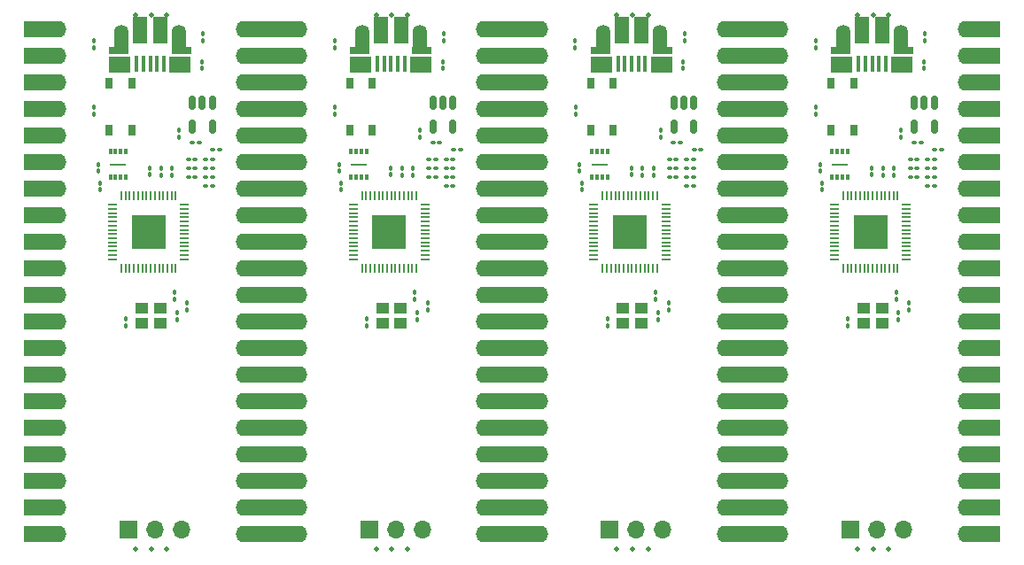
<source format=gbr>
%TF.GenerationSoftware,KiCad,Pcbnew,7.0.6*%
%TF.CreationDate,2023-08-11T19:51:35+07:00*%
%TF.ProjectId,Pico2040-Modular-Rev2-MP,5069636f-3230-4343-902d-4d6f64756c61,rev?*%
%TF.SameCoordinates,Original*%
%TF.FileFunction,Soldermask,Top*%
%TF.FilePolarity,Negative*%
%FSLAX46Y46*%
G04 Gerber Fmt 4.6, Leading zero omitted, Abs format (unit mm)*
G04 Created by KiCad (PCBNEW 7.0.6) date 2023-08-11 19:51:35*
%MOMM*%
%LPD*%
G01*
G04 APERTURE LIST*
G04 Aperture macros list*
%AMRoundRect*
0 Rectangle with rounded corners*
0 $1 Rounding radius*
0 $2 $3 $4 $5 $6 $7 $8 $9 X,Y pos of 4 corners*
0 Add a 4 corners polygon primitive as box body*
4,1,4,$2,$3,$4,$5,$6,$7,$8,$9,$2,$3,0*
0 Add four circle primitives for the rounded corners*
1,1,$1+$1,$2,$3*
1,1,$1+$1,$4,$5*
1,1,$1+$1,$6,$7*
1,1,$1+$1,$8,$9*
0 Add four rect primitives between the rounded corners*
20,1,$1+$1,$2,$3,$4,$5,0*
20,1,$1+$1,$4,$5,$6,$7,0*
20,1,$1+$1,$6,$7,$8,$9,0*
20,1,$1+$1,$8,$9,$2,$3,0*%
G04 Aperture macros list end*
%ADD10R,3.200000X1.600000*%
%ADD11O,1.700000X1.600000*%
%ADD12RoundRect,0.100000X-0.130000X-0.100000X0.130000X-0.100000X0.130000X0.100000X-0.130000X0.100000X0*%
%ADD13C,0.500000*%
%ADD14RoundRect,0.100000X0.100000X-0.130000X0.100000X0.130000X-0.100000X0.130000X-0.100000X-0.130000X0*%
%ADD15RoundRect,0.100000X-0.100000X0.130000X-0.100000X-0.130000X0.100000X-0.130000X0.100000X0.130000X0*%
%ADD16R,1.700000X1.700000*%
%ADD17O,1.700000X1.700000*%
%ADD18RoundRect,0.050000X-0.387500X-0.050000X0.387500X-0.050000X0.387500X0.050000X-0.387500X0.050000X0*%
%ADD19RoundRect,0.050000X-0.050000X-0.387500X0.050000X-0.387500X0.050000X0.387500X-0.050000X0.387500X0*%
%ADD20R,3.200000X3.200000*%
%ADD21R,0.750000X1.000000*%
%ADD22RoundRect,0.014000X0.161000X-0.231000X0.161000X0.231000X-0.161000X0.231000X-0.161000X-0.231000X0*%
%ADD23R,1.600000X0.200000*%
%ADD24R,0.400000X1.650000*%
%ADD25R,1.825000X0.700000*%
%ADD26R,2.000000X1.500000*%
%ADD27R,1.350000X2.000000*%
%ADD28O,1.350000X1.700000*%
%ADD29O,1.100000X1.500000*%
%ADD30R,1.430000X2.500000*%
%ADD31R,1.150000X1.000000*%
%ADD32RoundRect,0.150000X-0.150000X0.512500X-0.150000X-0.512500X0.150000X-0.512500X0.150000X0.512500X0*%
G04 APERTURE END LIST*
D10*
%TO.C,J3*%
X170510000Y-28300000D03*
D11*
X168900000Y-28300000D03*
D10*
X170510000Y-30840000D03*
D11*
X168900000Y-30840000D03*
D10*
X170510000Y-33380000D03*
D11*
X168900000Y-33380000D03*
D10*
X170510000Y-35920000D03*
D11*
X168900000Y-35920000D03*
D10*
X170510000Y-38460000D03*
D11*
X168900000Y-38460000D03*
D10*
X170510000Y-41000000D03*
D11*
X168900000Y-41000000D03*
D10*
X170510000Y-43540000D03*
D11*
X168900000Y-43540000D03*
D10*
X170510000Y-46080000D03*
D11*
X168900000Y-46080000D03*
D10*
X170510000Y-48620000D03*
D11*
X168900000Y-48620000D03*
D10*
X170510000Y-51160000D03*
D11*
X168900000Y-51160000D03*
D10*
X170510000Y-53700000D03*
D11*
X168900000Y-53700000D03*
D10*
X170510000Y-56240000D03*
D11*
X168900000Y-56240000D03*
D10*
X170510000Y-58780000D03*
D11*
X168900000Y-58780000D03*
D10*
X170510000Y-61320000D03*
D11*
X168900000Y-61320000D03*
D10*
X170510000Y-63860000D03*
D11*
X168900000Y-63860000D03*
D10*
X170510000Y-66400000D03*
D11*
X168900000Y-66400000D03*
D10*
X170510000Y-68940000D03*
D11*
X168900000Y-68940000D03*
D10*
X170510000Y-71480000D03*
D11*
X168900000Y-71480000D03*
D10*
X170510000Y-74020000D03*
D11*
X168900000Y-74020000D03*
D10*
X170510000Y-76560000D03*
D11*
X168900000Y-76560000D03*
%TD*%
D10*
%TO.C,J3*%
X193510000Y-28300000D03*
D11*
X191900000Y-28300000D03*
D10*
X193510000Y-30840000D03*
D11*
X191900000Y-30840000D03*
D10*
X193510000Y-33380000D03*
D11*
X191900000Y-33380000D03*
D10*
X193510000Y-35920000D03*
D11*
X191900000Y-35920000D03*
D10*
X193510000Y-38460000D03*
D11*
X191900000Y-38460000D03*
D10*
X193510000Y-41000000D03*
D11*
X191900000Y-41000000D03*
D10*
X193510000Y-43540000D03*
D11*
X191900000Y-43540000D03*
D10*
X193510000Y-46080000D03*
D11*
X191900000Y-46080000D03*
D10*
X193510000Y-48620000D03*
D11*
X191900000Y-48620000D03*
D10*
X193510000Y-51160000D03*
D11*
X191900000Y-51160000D03*
D10*
X193510000Y-53700000D03*
D11*
X191900000Y-53700000D03*
D10*
X193510000Y-56240000D03*
D11*
X191900000Y-56240000D03*
D10*
X193510000Y-58780000D03*
D11*
X191900000Y-58780000D03*
D10*
X193510000Y-61320000D03*
D11*
X191900000Y-61320000D03*
D10*
X193510000Y-63860000D03*
D11*
X191900000Y-63860000D03*
D10*
X193510000Y-66400000D03*
D11*
X191900000Y-66400000D03*
D10*
X193510000Y-68940000D03*
D11*
X191900000Y-68940000D03*
D10*
X193510000Y-71480000D03*
D11*
X191900000Y-71480000D03*
D10*
X193510000Y-74020000D03*
D11*
X191900000Y-74020000D03*
D10*
X193510000Y-76560000D03*
D11*
X191900000Y-76560000D03*
%TD*%
D10*
%TO.C,J3*%
X147510000Y-28300000D03*
D11*
X145900000Y-28300000D03*
D10*
X147510000Y-30840000D03*
D11*
X145900000Y-30840000D03*
D10*
X147510000Y-33380000D03*
D11*
X145900000Y-33380000D03*
D10*
X147510000Y-35920000D03*
D11*
X145900000Y-35920000D03*
D10*
X147510000Y-38460000D03*
D11*
X145900000Y-38460000D03*
D10*
X147510000Y-41000000D03*
D11*
X145900000Y-41000000D03*
D10*
X147510000Y-43540000D03*
D11*
X145900000Y-43540000D03*
D10*
X147510000Y-46080000D03*
D11*
X145900000Y-46080000D03*
D10*
X147510000Y-48620000D03*
D11*
X145900000Y-48620000D03*
D10*
X147510000Y-51160000D03*
D11*
X145900000Y-51160000D03*
D10*
X147510000Y-53700000D03*
D11*
X145900000Y-53700000D03*
D10*
X147510000Y-56240000D03*
D11*
X145900000Y-56240000D03*
D10*
X147510000Y-58780000D03*
D11*
X145900000Y-58780000D03*
D10*
X147510000Y-61320000D03*
D11*
X145900000Y-61320000D03*
D10*
X147510000Y-63860000D03*
D11*
X145900000Y-63860000D03*
D10*
X147510000Y-66400000D03*
D11*
X145900000Y-66400000D03*
D10*
X147510000Y-68940000D03*
D11*
X145900000Y-68940000D03*
D10*
X147510000Y-71480000D03*
D11*
X145900000Y-71480000D03*
D10*
X147510000Y-74020000D03*
D11*
X145900000Y-74020000D03*
D10*
X147510000Y-76560000D03*
D11*
X145900000Y-76560000D03*
%TD*%
D10*
%TO.C,J3*%
X124510000Y-28300000D03*
D11*
X122900000Y-28300000D03*
D10*
X124510000Y-30840000D03*
D11*
X122900000Y-30840000D03*
D10*
X124510000Y-33380000D03*
D11*
X122900000Y-33380000D03*
D10*
X124510000Y-35920000D03*
D11*
X122900000Y-35920000D03*
D10*
X124510000Y-38460000D03*
D11*
X122900000Y-38460000D03*
D10*
X124510000Y-41000000D03*
D11*
X122900000Y-41000000D03*
D10*
X124510000Y-43540000D03*
D11*
X122900000Y-43540000D03*
D10*
X124510000Y-46080000D03*
D11*
X122900000Y-46080000D03*
D10*
X124510000Y-48620000D03*
D11*
X122900000Y-48620000D03*
D10*
X124510000Y-51160000D03*
D11*
X122900000Y-51160000D03*
D10*
X124510000Y-53700000D03*
D11*
X122900000Y-53700000D03*
D10*
X124510000Y-56240000D03*
D11*
X122900000Y-56240000D03*
D10*
X124510000Y-58780000D03*
D11*
X122900000Y-58780000D03*
D10*
X124510000Y-61320000D03*
D11*
X122900000Y-61320000D03*
D10*
X124510000Y-63860000D03*
D11*
X122900000Y-63860000D03*
D10*
X124510000Y-66400000D03*
D11*
X122900000Y-66400000D03*
D10*
X124510000Y-68940000D03*
D11*
X122900000Y-68940000D03*
D10*
X124510000Y-71480000D03*
D11*
X122900000Y-71480000D03*
D10*
X124510000Y-74020000D03*
D11*
X122900000Y-74020000D03*
D10*
X124510000Y-76560000D03*
D11*
X122900000Y-76560000D03*
%TD*%
D12*
%TO.C,C8*%
X142210000Y-40750000D03*
X142850000Y-40750000D03*
%TD*%
D13*
%TO.C,REF\u002A\u002A*%
X183000000Y-27000000D03*
%TD*%
%TO.C,REF\u002A\u002A*%
X147500000Y-48900000D03*
%TD*%
D14*
%TO.C,C4*%
X132150000Y-43665000D03*
X132150000Y-43025000D03*
%TD*%
D12*
%TO.C,C8*%
X165210000Y-40750000D03*
X165850000Y-40750000D03*
%TD*%
%TO.C,C8*%
X119210000Y-40750000D03*
X119850000Y-40750000D03*
%TD*%
D15*
%TO.C,R6*%
X108950000Y-41230000D03*
X108950000Y-41870000D03*
%TD*%
D16*
%TO.C,J4*%
X180825000Y-76125000D03*
D17*
X183365000Y-76125000D03*
X185905000Y-76125000D03*
%TD*%
D12*
%TO.C,R3*%
X186940000Y-39150000D03*
X187580000Y-39150000D03*
%TD*%
D13*
%TO.C,REF\u002A\u002A*%
X158500000Y-27000000D03*
%TD*%
D10*
%TO.C,J2*%
X126490000Y-28300000D03*
D11*
X128100000Y-28300000D03*
D10*
X126490000Y-30840000D03*
D11*
X128100000Y-30840000D03*
D10*
X126490000Y-33380000D03*
D11*
X128100000Y-33380000D03*
D10*
X126490000Y-35920000D03*
D11*
X128100000Y-35920000D03*
D10*
X126490000Y-38460000D03*
D11*
X128100000Y-38460000D03*
D10*
X126490000Y-41000000D03*
D11*
X128100000Y-41000000D03*
D10*
X126490000Y-43540000D03*
D11*
X128100000Y-43540000D03*
D10*
X126490000Y-46080000D03*
D11*
X128100000Y-46080000D03*
D10*
X126490000Y-48620000D03*
D11*
X128100000Y-48620000D03*
D10*
X126490000Y-51160000D03*
D11*
X128100000Y-51160000D03*
D10*
X126490000Y-53700000D03*
D11*
X128100000Y-53700000D03*
D10*
X126490000Y-56240000D03*
D11*
X128100000Y-56240000D03*
D10*
X126490000Y-58780000D03*
D11*
X128100000Y-58780000D03*
D10*
X126490000Y-61320000D03*
D11*
X128100000Y-61320000D03*
D10*
X126490000Y-63860000D03*
D11*
X128100000Y-63860000D03*
D10*
X126490000Y-66400000D03*
D11*
X128100000Y-66400000D03*
D10*
X126490000Y-68940000D03*
D11*
X128100000Y-68940000D03*
D10*
X126490000Y-71480000D03*
D11*
X128100000Y-71480000D03*
D10*
X126490000Y-74020000D03*
D11*
X128100000Y-74020000D03*
D10*
X126490000Y-76560000D03*
D11*
X128100000Y-76560000D03*
%TD*%
D13*
%TO.C,REF\u002A\u002A*%
X126500000Y-48900000D03*
%TD*%
%TO.C,REF\u002A\u002A*%
X172500000Y-59100000D03*
%TD*%
%TO.C,REF\u002A\u002A*%
X149500000Y-48900000D03*
%TD*%
D18*
%TO.C,U1*%
X110325000Y-45100000D03*
X110325000Y-45500000D03*
X110325000Y-45900000D03*
X110325000Y-46300000D03*
X110325000Y-46700000D03*
X110325000Y-47100000D03*
X110325000Y-47500000D03*
X110325000Y-47900000D03*
X110325000Y-48300000D03*
X110325000Y-48700000D03*
X110325000Y-49100000D03*
X110325000Y-49500000D03*
X110325000Y-49900000D03*
X110325000Y-50300000D03*
D19*
X111162500Y-51137500D03*
X111562500Y-51137500D03*
X111962500Y-51137500D03*
X112362500Y-51137500D03*
X112762500Y-51137500D03*
X113162500Y-51137500D03*
X113562500Y-51137500D03*
X113962500Y-51137500D03*
X114362500Y-51137500D03*
X114762500Y-51137500D03*
X115162500Y-51137500D03*
X115562500Y-51137500D03*
X115962500Y-51137500D03*
X116362500Y-51137500D03*
D18*
X117200000Y-50300000D03*
X117200000Y-49900000D03*
X117200000Y-49500000D03*
X117200000Y-49100000D03*
X117200000Y-48700000D03*
X117200000Y-48300000D03*
X117200000Y-47900000D03*
X117200000Y-47500000D03*
X117200000Y-47100000D03*
X117200000Y-46700000D03*
X117200000Y-46300000D03*
X117200000Y-45900000D03*
X117200000Y-45500000D03*
X117200000Y-45100000D03*
D19*
X116362500Y-44262500D03*
X115962500Y-44262500D03*
X115562500Y-44262500D03*
X115162500Y-44262500D03*
X114762500Y-44262500D03*
X114362500Y-44262500D03*
X113962500Y-44262500D03*
X113562500Y-44262500D03*
X113162500Y-44262500D03*
X112762500Y-44262500D03*
X112362500Y-44262500D03*
X111962500Y-44262500D03*
X111562500Y-44262500D03*
X111162500Y-44262500D03*
D20*
X113762500Y-47700000D03*
%TD*%
D13*
%TO.C,REF\u002A\u002A*%
X172500000Y-48900000D03*
%TD*%
D21*
%TO.C,S1*%
X181150000Y-38000000D03*
X181150000Y-33500000D03*
X179000000Y-38000000D03*
X179000000Y-33500000D03*
%TD*%
D13*
%TO.C,REF\u002A\u002A*%
X149500000Y-59100000D03*
%TD*%
D15*
%TO.C,C14*%
X162450000Y-55430000D03*
X162450000Y-56070000D03*
%TD*%
D14*
%TO.C,C1*%
X136900000Y-42240000D03*
X136900000Y-41600000D03*
%TD*%
D13*
%TO.C,REF\u002A\u002A*%
X147500000Y-45900000D03*
%TD*%
D12*
%TO.C,C6*%
X117560000Y-41600000D03*
X118200000Y-41600000D03*
%TD*%
D13*
%TO.C,REF\u002A\u002A*%
X135500000Y-27000000D03*
%TD*%
%TO.C,REF\u002A\u002A*%
X126500000Y-69300000D03*
%TD*%
%TO.C,REF\u002A\u002A*%
X126500000Y-45900000D03*
%TD*%
%TO.C,REF\u002A\u002A*%
X170500000Y-45900000D03*
%TD*%
D14*
%TO.C,C15*%
X111600000Y-56665000D03*
X111600000Y-56025000D03*
%TD*%
D18*
%TO.C,U1*%
X179325000Y-45100000D03*
X179325000Y-45500000D03*
X179325000Y-45900000D03*
X179325000Y-46300000D03*
X179325000Y-46700000D03*
X179325000Y-47100000D03*
X179325000Y-47500000D03*
X179325000Y-47900000D03*
X179325000Y-48300000D03*
X179325000Y-48700000D03*
X179325000Y-49100000D03*
X179325000Y-49500000D03*
X179325000Y-49900000D03*
X179325000Y-50300000D03*
D19*
X180162500Y-51137500D03*
X180562500Y-51137500D03*
X180962500Y-51137500D03*
X181362500Y-51137500D03*
X181762500Y-51137500D03*
X182162500Y-51137500D03*
X182562500Y-51137500D03*
X182962500Y-51137500D03*
X183362500Y-51137500D03*
X183762500Y-51137500D03*
X184162500Y-51137500D03*
X184562500Y-51137500D03*
X184962500Y-51137500D03*
X185362500Y-51137500D03*
D18*
X186200000Y-50300000D03*
X186200000Y-49900000D03*
X186200000Y-49500000D03*
X186200000Y-49100000D03*
X186200000Y-48700000D03*
X186200000Y-48300000D03*
X186200000Y-47900000D03*
X186200000Y-47500000D03*
X186200000Y-47100000D03*
X186200000Y-46700000D03*
X186200000Y-46300000D03*
X186200000Y-45900000D03*
X186200000Y-45500000D03*
X186200000Y-45100000D03*
D19*
X185362500Y-44262500D03*
X184962500Y-44262500D03*
X184562500Y-44262500D03*
X184162500Y-44262500D03*
X183762500Y-44262500D03*
X183362500Y-44262500D03*
X182962500Y-44262500D03*
X182562500Y-44262500D03*
X182162500Y-44262500D03*
X181762500Y-44262500D03*
X181362500Y-44262500D03*
X180962500Y-44262500D03*
X180562500Y-44262500D03*
X180162500Y-44262500D03*
D20*
X182762500Y-47700000D03*
%TD*%
D13*
%TO.C,REF\u002A\u002A*%
X172500000Y-38700000D03*
%TD*%
%TO.C,REF\u002A\u002A*%
X126500000Y-56100000D03*
%TD*%
D15*
%TO.C,R6*%
X131950000Y-41230000D03*
X131950000Y-41870000D03*
%TD*%
%TO.C,D1*%
X164975000Y-28747500D03*
X164975000Y-29387500D03*
%TD*%
%TO.C,R2*%
X162025000Y-41635000D03*
X162025000Y-42275000D03*
%TD*%
D13*
%TO.C,REF\u002A\u002A*%
X172500000Y-45900000D03*
%TD*%
%TO.C,REF\u002A\u002A*%
X161500000Y-78000000D03*
%TD*%
D12*
%TO.C,C6*%
X140560000Y-41600000D03*
X141200000Y-41600000D03*
%TD*%
D22*
%TO.C,U3*%
X110100000Y-42450000D03*
X110600000Y-42450000D03*
X111100000Y-42450000D03*
X111600000Y-42450000D03*
X111600000Y-40010000D03*
X111100000Y-40010000D03*
X110600000Y-40010000D03*
X110100000Y-40010000D03*
D23*
X110850000Y-41230000D03*
%TD*%
D13*
%TO.C,REF\u002A\u002A*%
X160000000Y-27000000D03*
%TD*%
D15*
%TO.C,R5*%
X177550000Y-35780000D03*
X177550000Y-36420000D03*
%TD*%
%TO.C,D2*%
X177525000Y-29422500D03*
X177525000Y-30062500D03*
%TD*%
%TO.C,C14*%
X116450000Y-55430000D03*
X116450000Y-56070000D03*
%TD*%
D12*
%TO.C,C10*%
X188210000Y-42450000D03*
X188850000Y-42450000D03*
%TD*%
D13*
%TO.C,REF\u002A\u002A*%
X126500000Y-59100000D03*
%TD*%
D22*
%TO.C,U3*%
X179100000Y-42450000D03*
X179600000Y-42450000D03*
X180100000Y-42450000D03*
X180600000Y-42450000D03*
X180600000Y-40010000D03*
X180100000Y-40010000D03*
X179600000Y-40010000D03*
X179100000Y-40010000D03*
D23*
X179850000Y-41230000D03*
%TD*%
D15*
%TO.C,C14*%
X185450000Y-55430000D03*
X185450000Y-56070000D03*
%TD*%
D22*
%TO.C,U3*%
X133100000Y-42450000D03*
X133600000Y-42450000D03*
X134100000Y-42450000D03*
X134600000Y-42450000D03*
X134600000Y-40010000D03*
X134100000Y-40010000D03*
X133600000Y-40010000D03*
X133100000Y-40010000D03*
D23*
X133850000Y-41230000D03*
%TD*%
D12*
%TO.C,C8*%
X188210000Y-40750000D03*
X188850000Y-40750000D03*
%TD*%
D13*
%TO.C,REF\u002A\u002A*%
X114000000Y-78000000D03*
%TD*%
%TO.C,REF\u002A\u002A*%
X124500000Y-35700000D03*
%TD*%
%TO.C,REF\u002A\u002A*%
X158500000Y-78000000D03*
%TD*%
D12*
%TO.C,C5*%
X163560000Y-40775000D03*
X164200000Y-40775000D03*
%TD*%
D13*
%TO.C,REF\u002A\u002A*%
X170500000Y-59100000D03*
%TD*%
D24*
%TO.C,J1*%
X138230000Y-31580000D03*
X137580000Y-31580000D03*
X136930000Y-31580000D03*
X136280000Y-31580000D03*
X135630000Y-31580000D03*
D25*
X139880000Y-30380000D03*
D26*
X139780000Y-31680000D03*
D27*
X139660000Y-29630000D03*
D28*
X139660000Y-28700000D03*
D29*
X139350000Y-31700000D03*
D30*
X137890000Y-28430000D03*
X135970000Y-28430000D03*
D29*
X134510000Y-31700000D03*
D28*
X134200000Y-28700000D03*
D27*
X134180000Y-29630000D03*
D26*
X134030000Y-31700000D03*
D25*
X133930000Y-30380000D03*
%TD*%
D13*
%TO.C,REF\u002A\u002A*%
X161500000Y-27000000D03*
%TD*%
D14*
%TO.C,C1*%
X159900000Y-42240000D03*
X159900000Y-41600000D03*
%TD*%
D31*
%TO.C,Y1*%
X159100000Y-56400000D03*
X160850000Y-56400000D03*
X160850000Y-55000000D03*
X159100000Y-55000000D03*
%TD*%
D13*
%TO.C,REF\u002A\u002A*%
X181500000Y-27000000D03*
%TD*%
D14*
%TO.C,C12*%
X187875000Y-32050000D03*
X187875000Y-31410000D03*
%TD*%
D12*
%TO.C,C10*%
X142210000Y-42450000D03*
X142850000Y-42450000D03*
%TD*%
D21*
%TO.C,S1*%
X158150000Y-38000000D03*
X158150000Y-33500000D03*
X156000000Y-38000000D03*
X156000000Y-33500000D03*
%TD*%
D16*
%TO.C,J4*%
X134825000Y-76125000D03*
D17*
X137365000Y-76125000D03*
X139905000Y-76125000D03*
%TD*%
D13*
%TO.C,REF\u002A\u002A*%
X147500000Y-38700000D03*
%TD*%
D14*
%TO.C,R4*%
X116700000Y-38625000D03*
X116700000Y-37985000D03*
%TD*%
D10*
%TO.C,J2*%
X103490000Y-28300000D03*
D11*
X105100000Y-28300000D03*
D10*
X103490000Y-30840000D03*
D11*
X105100000Y-30840000D03*
D10*
X103490000Y-33380000D03*
D11*
X105100000Y-33380000D03*
D10*
X103490000Y-35920000D03*
D11*
X105100000Y-35920000D03*
D10*
X103490000Y-38460000D03*
D11*
X105100000Y-38460000D03*
D10*
X103490000Y-41000000D03*
D11*
X105100000Y-41000000D03*
D10*
X103490000Y-43540000D03*
D11*
X105100000Y-43540000D03*
D10*
X103490000Y-46080000D03*
D11*
X105100000Y-46080000D03*
D10*
X103490000Y-48620000D03*
D11*
X105100000Y-48620000D03*
D10*
X103490000Y-51160000D03*
D11*
X105100000Y-51160000D03*
D10*
X103490000Y-53700000D03*
D11*
X105100000Y-53700000D03*
D10*
X103490000Y-56240000D03*
D11*
X105100000Y-56240000D03*
D10*
X103490000Y-58780000D03*
D11*
X105100000Y-58780000D03*
D10*
X103490000Y-61320000D03*
D11*
X105100000Y-61320000D03*
D10*
X103490000Y-63860000D03*
D11*
X105100000Y-63860000D03*
D10*
X103490000Y-66400000D03*
D11*
X105100000Y-66400000D03*
D10*
X103490000Y-68940000D03*
D11*
X105100000Y-68940000D03*
D10*
X103490000Y-71480000D03*
D11*
X105100000Y-71480000D03*
D10*
X103490000Y-74020000D03*
D11*
X105100000Y-74020000D03*
D10*
X103490000Y-76560000D03*
D11*
X105100000Y-76560000D03*
%TD*%
D13*
%TO.C,REF\u002A\u002A*%
X170500000Y-38700000D03*
%TD*%
D24*
%TO.C,J1*%
X161230000Y-31580000D03*
X160580000Y-31580000D03*
X159930000Y-31580000D03*
X159280000Y-31580000D03*
X158630000Y-31580000D03*
D25*
X162880000Y-30380000D03*
D26*
X162780000Y-31680000D03*
D27*
X162660000Y-29630000D03*
D28*
X162660000Y-28700000D03*
D29*
X162350000Y-31700000D03*
D30*
X160890000Y-28430000D03*
X158970000Y-28430000D03*
D29*
X157510000Y-31700000D03*
D28*
X157200000Y-28700000D03*
D27*
X157180000Y-29630000D03*
D26*
X157030000Y-31700000D03*
D25*
X156930000Y-30380000D03*
%TD*%
D24*
%TO.C,J1*%
X115230000Y-31580000D03*
X114580000Y-31580000D03*
X113930000Y-31580000D03*
X113280000Y-31580000D03*
X112630000Y-31580000D03*
D25*
X116880000Y-30380000D03*
D26*
X116780000Y-31680000D03*
D27*
X116660000Y-29630000D03*
D28*
X116660000Y-28700000D03*
D29*
X116350000Y-31700000D03*
D30*
X114890000Y-28430000D03*
X112970000Y-28430000D03*
D29*
X111510000Y-31700000D03*
D28*
X111200000Y-28700000D03*
D27*
X111180000Y-29630000D03*
D26*
X111030000Y-31700000D03*
D25*
X110930000Y-30380000D03*
%TD*%
D15*
%TO.C,R6*%
X154950000Y-41230000D03*
X154950000Y-41870000D03*
%TD*%
D13*
%TO.C,REF\u002A\u002A*%
X172500000Y-56100000D03*
%TD*%
D14*
%TO.C,C1*%
X182900000Y-42240000D03*
X182900000Y-41600000D03*
%TD*%
D12*
%TO.C,C9*%
X142210000Y-41600000D03*
X142850000Y-41600000D03*
%TD*%
D10*
%TO.C,J2*%
X172490000Y-28300000D03*
D11*
X174100000Y-28300000D03*
D10*
X172490000Y-30840000D03*
D11*
X174100000Y-30840000D03*
D10*
X172490000Y-33380000D03*
D11*
X174100000Y-33380000D03*
D10*
X172490000Y-35920000D03*
D11*
X174100000Y-35920000D03*
D10*
X172490000Y-38460000D03*
D11*
X174100000Y-38460000D03*
D10*
X172490000Y-41000000D03*
D11*
X174100000Y-41000000D03*
D10*
X172490000Y-43540000D03*
D11*
X174100000Y-43540000D03*
D10*
X172490000Y-46080000D03*
D11*
X174100000Y-46080000D03*
D10*
X172490000Y-48620000D03*
D11*
X174100000Y-48620000D03*
D10*
X172490000Y-51160000D03*
D11*
X174100000Y-51160000D03*
D10*
X172490000Y-53700000D03*
D11*
X174100000Y-53700000D03*
D10*
X172490000Y-56240000D03*
D11*
X174100000Y-56240000D03*
D10*
X172490000Y-58780000D03*
D11*
X174100000Y-58780000D03*
D10*
X172490000Y-61320000D03*
D11*
X174100000Y-61320000D03*
D10*
X172490000Y-63860000D03*
D11*
X174100000Y-63860000D03*
D10*
X172490000Y-66400000D03*
D11*
X174100000Y-66400000D03*
D10*
X172490000Y-68940000D03*
D11*
X174100000Y-68940000D03*
D10*
X172490000Y-71480000D03*
D11*
X174100000Y-71480000D03*
D10*
X172490000Y-74020000D03*
D11*
X174100000Y-74020000D03*
D10*
X172490000Y-76560000D03*
D11*
X174100000Y-76560000D03*
%TD*%
D31*
%TO.C,Y1*%
X182100000Y-56400000D03*
X183850000Y-56400000D03*
X183850000Y-55000000D03*
X182100000Y-55000000D03*
%TD*%
D15*
%TO.C,R1*%
X114975000Y-41630000D03*
X114975000Y-42270000D03*
%TD*%
D31*
%TO.C,Y1*%
X113100000Y-56400000D03*
X114850000Y-56400000D03*
X114850000Y-55000000D03*
X113100000Y-55000000D03*
%TD*%
D12*
%TO.C,C13*%
X165910000Y-39850000D03*
X166550000Y-39850000D03*
%TD*%
D13*
%TO.C,REF\u002A\u002A*%
X149500000Y-66300000D03*
%TD*%
D15*
%TO.C,R5*%
X131550000Y-35780000D03*
X131550000Y-36420000D03*
%TD*%
D13*
%TO.C,REF\u002A\u002A*%
X147500000Y-56100000D03*
%TD*%
D12*
%TO.C,C6*%
X163560000Y-41600000D03*
X164200000Y-41600000D03*
%TD*%
D18*
%TO.C,U1*%
X156325000Y-45100000D03*
X156325000Y-45500000D03*
X156325000Y-45900000D03*
X156325000Y-46300000D03*
X156325000Y-46700000D03*
X156325000Y-47100000D03*
X156325000Y-47500000D03*
X156325000Y-47900000D03*
X156325000Y-48300000D03*
X156325000Y-48700000D03*
X156325000Y-49100000D03*
X156325000Y-49500000D03*
X156325000Y-49900000D03*
X156325000Y-50300000D03*
D19*
X157162500Y-51137500D03*
X157562500Y-51137500D03*
X157962500Y-51137500D03*
X158362500Y-51137500D03*
X158762500Y-51137500D03*
X159162500Y-51137500D03*
X159562500Y-51137500D03*
X159962500Y-51137500D03*
X160362500Y-51137500D03*
X160762500Y-51137500D03*
X161162500Y-51137500D03*
X161562500Y-51137500D03*
X161962500Y-51137500D03*
X162362500Y-51137500D03*
D18*
X163200000Y-50300000D03*
X163200000Y-49900000D03*
X163200000Y-49500000D03*
X163200000Y-49100000D03*
X163200000Y-48700000D03*
X163200000Y-48300000D03*
X163200000Y-47900000D03*
X163200000Y-47500000D03*
X163200000Y-47100000D03*
X163200000Y-46700000D03*
X163200000Y-46300000D03*
X163200000Y-45900000D03*
X163200000Y-45500000D03*
X163200000Y-45100000D03*
D19*
X162362500Y-44262500D03*
X161962500Y-44262500D03*
X161562500Y-44262500D03*
X161162500Y-44262500D03*
X160762500Y-44262500D03*
X160362500Y-44262500D03*
X159962500Y-44262500D03*
X159562500Y-44262500D03*
X159162500Y-44262500D03*
X158762500Y-44262500D03*
X158362500Y-44262500D03*
X157962500Y-44262500D03*
X157562500Y-44262500D03*
X157162500Y-44262500D03*
D20*
X159762500Y-47700000D03*
%TD*%
D14*
%TO.C,C15*%
X180600000Y-56665000D03*
X180600000Y-56025000D03*
%TD*%
D15*
%TO.C,C14*%
X139450000Y-55430000D03*
X139450000Y-56070000D03*
%TD*%
D14*
%TO.C,C12*%
X164875000Y-32050000D03*
X164875000Y-31410000D03*
%TD*%
D15*
%TO.C,R2*%
X116025000Y-41635000D03*
X116025000Y-42275000D03*
%TD*%
D13*
%TO.C,REF\u002A\u002A*%
X170500000Y-66300000D03*
%TD*%
%TO.C,REF\u002A\u002A*%
X147500000Y-69300000D03*
%TD*%
D15*
%TO.C,D2*%
X131525000Y-29422500D03*
X131525000Y-30062500D03*
%TD*%
D13*
%TO.C,REF\u002A\u002A*%
X115500000Y-78000000D03*
%TD*%
%TO.C,REF\u002A\u002A*%
X181500000Y-78000000D03*
%TD*%
%TO.C,REF\u002A\u002A*%
X149500000Y-38700000D03*
%TD*%
D12*
%TO.C,C6*%
X186560000Y-41600000D03*
X187200000Y-41600000D03*
%TD*%
%TO.C,C9*%
X165210000Y-41600000D03*
X165850000Y-41600000D03*
%TD*%
%TO.C,R3*%
X117940000Y-39150000D03*
X118580000Y-39150000D03*
%TD*%
D14*
%TO.C,C12*%
X118875000Y-32050000D03*
X118875000Y-31410000D03*
%TD*%
D13*
%TO.C,REF\u002A\u002A*%
X149500000Y-45900000D03*
%TD*%
%TO.C,REF\u002A\u002A*%
X170500000Y-56100000D03*
%TD*%
D14*
%TO.C,C15*%
X134600000Y-56665000D03*
X134600000Y-56025000D03*
%TD*%
D13*
%TO.C,REF\u002A\u002A*%
X147500000Y-59100000D03*
%TD*%
%TO.C,REF\u002A\u002A*%
X124500000Y-38700000D03*
%TD*%
D12*
%TO.C,C13*%
X119910000Y-39850000D03*
X120550000Y-39850000D03*
%TD*%
%TO.C,C13*%
X188910000Y-39850000D03*
X189550000Y-39850000D03*
%TD*%
D13*
%TO.C,REF\u002A\u002A*%
X126500000Y-66300000D03*
%TD*%
D12*
%TO.C,R3*%
X163940000Y-39150000D03*
X164580000Y-39150000D03*
%TD*%
D13*
%TO.C,REF\u002A\u002A*%
X149500000Y-56100000D03*
%TD*%
%TO.C,REF\u002A\u002A*%
X138500000Y-27000000D03*
%TD*%
%TO.C,REF\u002A\u002A*%
X112500000Y-27000000D03*
%TD*%
D15*
%TO.C,D2*%
X108525000Y-29422500D03*
X108525000Y-30062500D03*
%TD*%
D12*
%TO.C,C7*%
X186560000Y-42450000D03*
X187200000Y-42450000D03*
%TD*%
D13*
%TO.C,REF\u002A\u002A*%
X114000000Y-27000000D03*
%TD*%
%TO.C,REF\u002A\u002A*%
X137000000Y-78000000D03*
%TD*%
D32*
%TO.C,U2*%
X188850000Y-35375000D03*
X187900000Y-35375000D03*
X186950000Y-35375000D03*
X186950000Y-37650000D03*
X188850000Y-37650000D03*
%TD*%
D15*
%TO.C,D1*%
X187975000Y-28747500D03*
X187975000Y-29387500D03*
%TD*%
D12*
%TO.C,C5*%
X140560000Y-40775000D03*
X141200000Y-40775000D03*
%TD*%
D13*
%TO.C,REF\u002A\u002A*%
X172500000Y-35700000D03*
%TD*%
D12*
%TO.C,C7*%
X163560000Y-42450000D03*
X164200000Y-42450000D03*
%TD*%
D14*
%TO.C,R4*%
X162700000Y-38625000D03*
X162700000Y-37985000D03*
%TD*%
D16*
%TO.C,J4*%
X111825000Y-76125000D03*
D17*
X114365000Y-76125000D03*
X116905000Y-76125000D03*
%TD*%
D12*
%TO.C,C11*%
X142215000Y-43300000D03*
X142855000Y-43300000D03*
%TD*%
D13*
%TO.C,REF\u002A\u002A*%
X126500000Y-38700000D03*
%TD*%
D15*
%TO.C,C2*%
X139200000Y-53475000D03*
X139200000Y-54115000D03*
%TD*%
D12*
%TO.C,C10*%
X119210000Y-42450000D03*
X119850000Y-42450000D03*
%TD*%
D14*
%TO.C,C4*%
X155150000Y-43665000D03*
X155150000Y-43025000D03*
%TD*%
D13*
%TO.C,REF\u002A\u002A*%
X170500000Y-48900000D03*
%TD*%
D15*
%TO.C,D1*%
X118975000Y-28747500D03*
X118975000Y-29387500D03*
%TD*%
D14*
%TO.C,C4*%
X178150000Y-43665000D03*
X178150000Y-43025000D03*
%TD*%
D13*
%TO.C,REF\u002A\u002A*%
X147500000Y-66300000D03*
%TD*%
D16*
%TO.C,J4*%
X157825000Y-76125000D03*
D17*
X160365000Y-76125000D03*
X162905000Y-76125000D03*
%TD*%
D15*
%TO.C,R2*%
X185025000Y-41635000D03*
X185025000Y-42275000D03*
%TD*%
D14*
%TO.C,C4*%
X109150000Y-43665000D03*
X109150000Y-43025000D03*
%TD*%
D13*
%TO.C,REF\u002A\u002A*%
X149500000Y-35700000D03*
%TD*%
%TO.C,REF\u002A\u002A*%
X137000000Y-27000000D03*
%TD*%
%TO.C,REF\u002A\u002A*%
X124500000Y-59100000D03*
%TD*%
%TO.C,REF\u002A\u002A*%
X183000000Y-78000000D03*
%TD*%
D12*
%TO.C,C9*%
X119210000Y-41600000D03*
X119850000Y-41600000D03*
%TD*%
D13*
%TO.C,REF\u002A\u002A*%
X124500000Y-69300000D03*
%TD*%
D14*
%TO.C,C12*%
X141875000Y-32050000D03*
X141875000Y-31410000D03*
%TD*%
%TO.C,C15*%
X157600000Y-56665000D03*
X157600000Y-56025000D03*
%TD*%
D13*
%TO.C,REF\u002A\u002A*%
X124500000Y-48900000D03*
%TD*%
D10*
%TO.C,J2*%
X149490000Y-28300000D03*
D11*
X151100000Y-28300000D03*
D10*
X149490000Y-30840000D03*
D11*
X151100000Y-30840000D03*
D10*
X149490000Y-33380000D03*
D11*
X151100000Y-33380000D03*
D10*
X149490000Y-35920000D03*
D11*
X151100000Y-35920000D03*
D10*
X149490000Y-38460000D03*
D11*
X151100000Y-38460000D03*
D10*
X149490000Y-41000000D03*
D11*
X151100000Y-41000000D03*
D10*
X149490000Y-43540000D03*
D11*
X151100000Y-43540000D03*
D10*
X149490000Y-46080000D03*
D11*
X151100000Y-46080000D03*
D10*
X149490000Y-48620000D03*
D11*
X151100000Y-48620000D03*
D10*
X149490000Y-51160000D03*
D11*
X151100000Y-51160000D03*
D10*
X149490000Y-53700000D03*
D11*
X151100000Y-53700000D03*
D10*
X149490000Y-56240000D03*
D11*
X151100000Y-56240000D03*
D10*
X149490000Y-58780000D03*
D11*
X151100000Y-58780000D03*
D10*
X149490000Y-61320000D03*
D11*
X151100000Y-61320000D03*
D10*
X149490000Y-63860000D03*
D11*
X151100000Y-63860000D03*
D10*
X149490000Y-66400000D03*
D11*
X151100000Y-66400000D03*
D10*
X149490000Y-68940000D03*
D11*
X151100000Y-68940000D03*
D10*
X149490000Y-71480000D03*
D11*
X151100000Y-71480000D03*
D10*
X149490000Y-74020000D03*
D11*
X151100000Y-74020000D03*
D10*
X149490000Y-76560000D03*
D11*
X151100000Y-76560000D03*
%TD*%
D12*
%TO.C,C11*%
X188215000Y-43300000D03*
X188855000Y-43300000D03*
%TD*%
D32*
%TO.C,U2*%
X165850000Y-35375000D03*
X164900000Y-35375000D03*
X163950000Y-35375000D03*
X163950000Y-37650000D03*
X165850000Y-37650000D03*
%TD*%
D15*
%TO.C,D1*%
X141975000Y-28747500D03*
X141975000Y-29387500D03*
%TD*%
D13*
%TO.C,REF\u002A\u002A*%
X170500000Y-35700000D03*
%TD*%
D15*
%TO.C,D2*%
X154525000Y-29422500D03*
X154525000Y-30062500D03*
%TD*%
%TO.C,R1*%
X160975000Y-41630000D03*
X160975000Y-42270000D03*
%TD*%
D14*
%TO.C,C1*%
X113900000Y-42240000D03*
X113900000Y-41600000D03*
%TD*%
D15*
%TO.C,R1*%
X137975000Y-41630000D03*
X137975000Y-42270000D03*
%TD*%
D13*
%TO.C,REF\u002A\u002A*%
X124500000Y-66300000D03*
%TD*%
D15*
%TO.C,R1*%
X183975000Y-41630000D03*
X183975000Y-42270000D03*
%TD*%
D12*
%TO.C,C7*%
X140560000Y-42450000D03*
X141200000Y-42450000D03*
%TD*%
D15*
%TO.C,C3*%
X186450000Y-54475000D03*
X186450000Y-55115000D03*
%TD*%
D21*
%TO.C,S1*%
X135150000Y-38000000D03*
X135150000Y-33500000D03*
X133000000Y-38000000D03*
X133000000Y-33500000D03*
%TD*%
D12*
%TO.C,C9*%
X188210000Y-41600000D03*
X188850000Y-41600000D03*
%TD*%
D14*
%TO.C,R4*%
X185700000Y-38625000D03*
X185700000Y-37985000D03*
%TD*%
D13*
%TO.C,REF\u002A\u002A*%
X172500000Y-66300000D03*
%TD*%
%TO.C,REF\u002A\u002A*%
X147500000Y-35700000D03*
%TD*%
D24*
%TO.C,J1*%
X184230000Y-31580000D03*
X183580000Y-31580000D03*
X182930000Y-31580000D03*
X182280000Y-31580000D03*
X181630000Y-31580000D03*
D25*
X185880000Y-30380000D03*
D26*
X185780000Y-31680000D03*
D27*
X185660000Y-29630000D03*
D28*
X185660000Y-28700000D03*
D29*
X185350000Y-31700000D03*
D30*
X183890000Y-28430000D03*
X181970000Y-28430000D03*
D29*
X180510000Y-31700000D03*
D28*
X180200000Y-28700000D03*
D27*
X180180000Y-29630000D03*
D26*
X180030000Y-31700000D03*
D25*
X179930000Y-30380000D03*
%TD*%
D13*
%TO.C,REF\u002A\u002A*%
X115500000Y-27000000D03*
%TD*%
%TO.C,REF\u002A\u002A*%
X138500000Y-78000000D03*
%TD*%
D12*
%TO.C,C5*%
X186560000Y-40775000D03*
X187200000Y-40775000D03*
%TD*%
D14*
%TO.C,R4*%
X139700000Y-38625000D03*
X139700000Y-37985000D03*
%TD*%
D12*
%TO.C,C5*%
X117560000Y-40775000D03*
X118200000Y-40775000D03*
%TD*%
D31*
%TO.C,Y1*%
X136100000Y-56400000D03*
X137850000Y-56400000D03*
X137850000Y-55000000D03*
X136100000Y-55000000D03*
%TD*%
D13*
%TO.C,REF\u002A\u002A*%
X149500000Y-69300000D03*
%TD*%
D32*
%TO.C,U2*%
X119850000Y-35375000D03*
X118900000Y-35375000D03*
X117950000Y-35375000D03*
X117950000Y-37650000D03*
X119850000Y-37650000D03*
%TD*%
D15*
%TO.C,R5*%
X154550000Y-35780000D03*
X154550000Y-36420000D03*
%TD*%
%TO.C,R2*%
X139025000Y-41635000D03*
X139025000Y-42275000D03*
%TD*%
D12*
%TO.C,C10*%
X165210000Y-42450000D03*
X165850000Y-42450000D03*
%TD*%
%TO.C,R3*%
X140940000Y-39150000D03*
X141580000Y-39150000D03*
%TD*%
D13*
%TO.C,REF\u002A\u002A*%
X124500000Y-45900000D03*
%TD*%
%TO.C,REF\u002A\u002A*%
X160000000Y-78000000D03*
%TD*%
D15*
%TO.C,R6*%
X177950000Y-41230000D03*
X177950000Y-41870000D03*
%TD*%
D12*
%TO.C,C11*%
X165215000Y-43300000D03*
X165855000Y-43300000D03*
%TD*%
%TO.C,C13*%
X142910000Y-39850000D03*
X143550000Y-39850000D03*
%TD*%
D13*
%TO.C,REF\u002A\u002A*%
X124500000Y-56100000D03*
%TD*%
%TO.C,REF\u002A\u002A*%
X170500000Y-69300000D03*
%TD*%
D15*
%TO.C,C2*%
X116200000Y-53475000D03*
X116200000Y-54115000D03*
%TD*%
%TO.C,C3*%
X117450000Y-54475000D03*
X117450000Y-55115000D03*
%TD*%
D13*
%TO.C,REF\u002A\u002A*%
X184500000Y-27000000D03*
%TD*%
D15*
%TO.C,R5*%
X108550000Y-35780000D03*
X108550000Y-36420000D03*
%TD*%
D18*
%TO.C,U1*%
X133325000Y-45100000D03*
X133325000Y-45500000D03*
X133325000Y-45900000D03*
X133325000Y-46300000D03*
X133325000Y-46700000D03*
X133325000Y-47100000D03*
X133325000Y-47500000D03*
X133325000Y-47900000D03*
X133325000Y-48300000D03*
X133325000Y-48700000D03*
X133325000Y-49100000D03*
X133325000Y-49500000D03*
X133325000Y-49900000D03*
X133325000Y-50300000D03*
D19*
X134162500Y-51137500D03*
X134562500Y-51137500D03*
X134962500Y-51137500D03*
X135362500Y-51137500D03*
X135762500Y-51137500D03*
X136162500Y-51137500D03*
X136562500Y-51137500D03*
X136962500Y-51137500D03*
X137362500Y-51137500D03*
X137762500Y-51137500D03*
X138162500Y-51137500D03*
X138562500Y-51137500D03*
X138962500Y-51137500D03*
X139362500Y-51137500D03*
D18*
X140200000Y-50300000D03*
X140200000Y-49900000D03*
X140200000Y-49500000D03*
X140200000Y-49100000D03*
X140200000Y-48700000D03*
X140200000Y-48300000D03*
X140200000Y-47900000D03*
X140200000Y-47500000D03*
X140200000Y-47100000D03*
X140200000Y-46700000D03*
X140200000Y-46300000D03*
X140200000Y-45900000D03*
X140200000Y-45500000D03*
X140200000Y-45100000D03*
D19*
X139362500Y-44262500D03*
X138962500Y-44262500D03*
X138562500Y-44262500D03*
X138162500Y-44262500D03*
X137762500Y-44262500D03*
X137362500Y-44262500D03*
X136962500Y-44262500D03*
X136562500Y-44262500D03*
X136162500Y-44262500D03*
X135762500Y-44262500D03*
X135362500Y-44262500D03*
X134962500Y-44262500D03*
X134562500Y-44262500D03*
X134162500Y-44262500D03*
D20*
X136762500Y-47700000D03*
%TD*%
D15*
%TO.C,C2*%
X162200000Y-53475000D03*
X162200000Y-54115000D03*
%TD*%
D13*
%TO.C,REF\u002A\u002A*%
X126500000Y-35700000D03*
%TD*%
%TO.C,REF\u002A\u002A*%
X135500000Y-78000000D03*
%TD*%
D21*
%TO.C,S1*%
X112150000Y-38000000D03*
X112150000Y-33500000D03*
X110000000Y-38000000D03*
X110000000Y-33500000D03*
%TD*%
D13*
%TO.C,REF\u002A\u002A*%
X112500000Y-78000000D03*
%TD*%
%TO.C,REF\u002A\u002A*%
X172500000Y-69300000D03*
%TD*%
D15*
%TO.C,C3*%
X163450000Y-54475000D03*
X163450000Y-55115000D03*
%TD*%
%TO.C,C3*%
X140450000Y-54475000D03*
X140450000Y-55115000D03*
%TD*%
D13*
%TO.C,REF\u002A\u002A*%
X184500000Y-78000000D03*
%TD*%
D32*
%TO.C,U2*%
X142850000Y-35375000D03*
X141900000Y-35375000D03*
X140950000Y-35375000D03*
X140950000Y-37650000D03*
X142850000Y-37650000D03*
%TD*%
D22*
%TO.C,U3*%
X156100000Y-42450000D03*
X156600000Y-42450000D03*
X157100000Y-42450000D03*
X157600000Y-42450000D03*
X157600000Y-40010000D03*
X157100000Y-40010000D03*
X156600000Y-40010000D03*
X156100000Y-40010000D03*
D23*
X156850000Y-41230000D03*
%TD*%
D15*
%TO.C,C2*%
X185200000Y-53475000D03*
X185200000Y-54115000D03*
%TD*%
D12*
%TO.C,C11*%
X119215000Y-43300000D03*
X119855000Y-43300000D03*
%TD*%
%TO.C,C7*%
X117560000Y-42450000D03*
X118200000Y-42450000D03*
%TD*%
M02*

</source>
